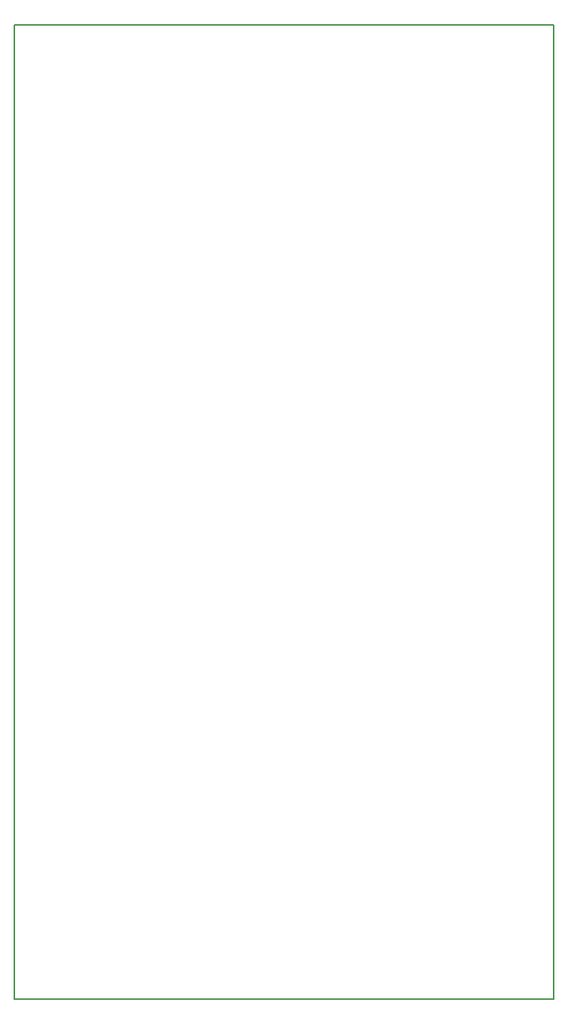
<source format=gbr>
G04 #@! TF.GenerationSoftware,KiCad,Pcbnew,7.0.6-0*
G04 #@! TF.CreationDate,2024-04-10T13:52:38-07:00*
G04 #@! TF.ProjectId,Sampler-built,53616d70-6c65-4722-9d62-75696c742e6b,rev?*
G04 #@! TF.SameCoordinates,PXb71b00PY73f50f0*
G04 #@! TF.FileFunction,Profile,NP*
%FSLAX46Y46*%
G04 Gerber Fmt 4.6, Leading zero omitted, Abs format (unit mm)*
G04 Created by KiCad (PCBNEW 7.0.6-0) date 2024-04-10 13:52:38*
%MOMM*%
%LPD*%
G01*
G04 APERTURE LIST*
G04 #@! TA.AperFunction,Profile*
%ADD10C,0.150000*%
G04 #@! TD*
G04 APERTURE END LIST*
D10*
X123650000Y105260000D02*
X184200000Y105260000D01*
X184200000Y-3940000D01*
X123650000Y-3940000D01*
X123650000Y105260000D01*
M02*

</source>
